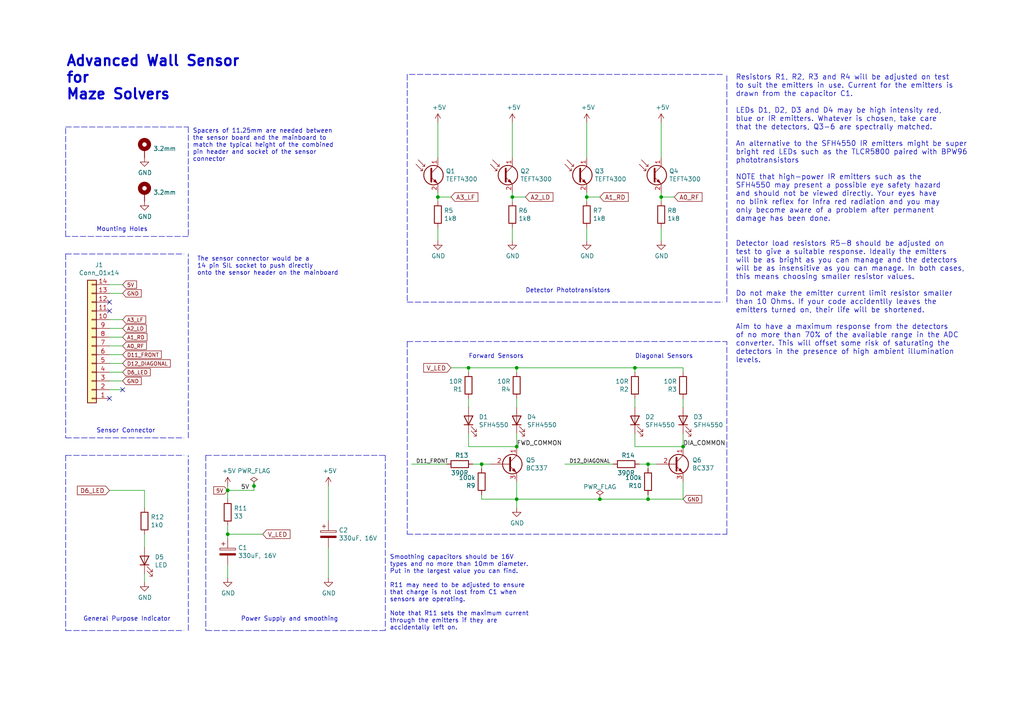
<source format=kicad_sch>
(kicad_sch (version 20211123) (generator eeschema)
  (paper "A4")
  (title_block (title "UKMARSBOT WALL SENSOR ADVANCED") (date "2022-08-23") (rev "1.0") (company "UKMARS") (comment 1 "Peter Harrison"))
  (lib_symbols
    (symbol "Connector_Generic:Conn_01x14" (pin_names (offset 1.016) hide)
      (property "Reference" "J" (at 0 17.78 0))
      (property "Value" "Conn_01x14" (at 0 -20.32 0))
      (symbol "Conn_01x14_1_1"
        (rectangle (start -1.27 -17.653) (end 0 -17.907) (stroke (width 0.1524)))
        (rectangle (start -1.27 -15.113) (end 0 -15.367) (stroke (width 0.1524)))
        (rectangle (start -1.27 -12.573) (end 0 -12.827) (stroke (width 0.1524)))
        (rectangle (start -1.27 -10.033) (end 0 -10.287) (stroke (width 0.1524)))
        (rectangle (start -1.27 -7.493) (end 0 -7.747) (stroke (width 0.1524)))
        (rectangle (start -1.27 -4.953) (end 0 -5.207) (stroke (width 0.1524)))
        (rectangle (start -1.27 -2.413) (end 0 -2.667) (stroke (width 0.1524)))
        (rectangle (start -1.27 0.127) (end 0 -0.127) (stroke (width 0.1524)))
        (rectangle (start -1.27 2.667) (end 0 2.413) (stroke (width 0.1524)))
        (rectangle (start -1.27 5.207) (end 0 4.953) (stroke (width 0.1524)))
        (rectangle (start -1.27 7.747) (end 0 7.493) (stroke (width 0.1524)))
        (rectangle (start -1.27 10.287) (end 0 10.033) (stroke (width 0.1524)))
        (rectangle (start -1.27 12.827) (end 0 12.573) (stroke (width 0.1524)))
        (rectangle (start -1.27 15.367) (end 0 15.113) (stroke (width 0.1524)))
        (rectangle (start -1.27 16.51) (end 1.27 -19.05) (stroke (width 0.254)) (fill (type background)))
        (pin passive line (at -5.08 15.24 0) (length 3.81) (name "Pin_1") (number "1"))
        (pin passive line (at -5.08 -7.62 0) (length 3.81) (name "Pin_10") (number "10"))
        (pin passive line (at -5.08 -10.16 0) (length 3.81) (name "Pin_11") (number "11"))
        (pin passive line (at -5.08 -12.7 0) (length 3.81) (name "Pin_12") (number "12"))
        (pin passive line (at -5.08 -15.24 0) (length 3.81) (name "Pin_13") (number "13"))
        (pin passive line (at -5.08 -17.78 0) (length 3.81) (name "Pin_14") (number "14"))
        (pin passive line (at -5.08 12.7 0) (length 3.81) (name "Pin_2") (number "2"))
        (pin passive line (at -5.08 10.16 0) (length 3.81) (name "Pin_3") (number "3"))
        (pin passive line (at -5.08 7.62 0) (length 3.81) (name "Pin_4") (number "4"))
        (pin passive line (at -5.08 5.08 0) (length 3.81) (name "Pin_5") (number "5"))
        (pin passive line (at -5.08 2.54 0) (length 3.81) (name "Pin_6") (number "6"))
        (pin passive line (at -5.08 0 0) (length 3.81) (name "Pin_7") (number "7"))
        (pin passive line (at -5.08 -2.54 0) (length 3.81) (name "Pin_8") (number "8"))
        (pin passive line (at -5.08 -5.08 0) (length 3.81) (name "Pin_9") (number "9"))
      )
    )
    (symbol "Device:C_Polarized" (pin_numbers hide) (pin_names (offset 0.254))
      (property "Reference" "C" (at 0.635 2.54 0))
      (property "Value" "C_Polarized" (at 0.635 -2.54 0))
      (symbol "C_Polarized_0_1"
        (rectangle (start -2.286 0.508) (end 2.286 1.016))
        (polyline (pts (xy -1.778 2.286) (xy -0.762 2.286)))
        (polyline (pts (xy -1.27 2.794) (xy -1.27 1.778)))
        (rectangle (start 2.286 -0.508) (end -2.286 -1.016) (fill (type outline)))
      )
      (symbol "C_Polarized_1_1"
        (pin passive line (at 0 3.81 270) (length 2.794) (name "~") (number "1"))
        (pin passive line (at 0 -3.81 90) (length 2.794) (name "~") (number "2"))
      )
    )
    (symbol "Device:LED" (pin_numbers hide) (pin_names (offset 1.016) hide)
      (property "Reference" "D" (at 0 2.54 0))
      (property "Value" "LED" (at 0 -2.54 0))
      (symbol "LED_0_1"
        (polyline (pts (xy -1.27 -1.27) (xy -1.27 1.27)) (stroke (width 0.254)))
        (polyline (pts (xy -1.27 0) (xy 1.27 0)))
        (polyline (pts (xy 1.27 -1.27) (xy 1.27 1.27) (xy -1.27 0) (xy 1.27 -1.27)) (stroke (width 0.254)))
        (polyline (pts (xy -3.048 -0.762) (xy -4.572 -2.286) (xy -3.81 -2.286) (xy -4.572 -2.286) (xy -4.572 -1.524)))
        (polyline (pts (xy -1.778 -0.762) (xy -3.302 -2.286) (xy -2.54 -2.286) (xy -3.302 -2.286) (xy -3.302 -1.524)))
      )
      (symbol "LED_1_1"
        (pin passive line (at -3.81 0 0) (length 2.54) (name "K") (number "1"))
        (pin passive line (at 3.81 0 180) (length 2.54) (name "A") (number "2"))
      )
    )
    (symbol "Device:Q_Photo_NPN" (pin_names (offset 0) hide)
      (property "Reference" "Q" (at 5.08 1.27 0))
      (property "Value" "Q_Photo_NPN" (at 5.08 -1.27 0))
      (symbol "Q_Photo_NPN_0_1"
        (polyline (pts (xy -1.905 1.27) (xy -2.54 1.27)))
        (polyline (pts (xy -1.27 2.54) (xy -1.905 2.54)))
        (polyline (pts (xy 0.635 0.635) (xy 2.54 2.54)))
        (polyline (pts (xy -3.81 3.175) (xy -1.905 1.27) (xy -1.905 1.905)))
        (polyline (pts (xy -3.175 4.445) (xy -1.27 2.54) (xy -1.27 3.175)))
        (polyline (pts (xy 0.635 -0.635) (xy 2.54 -2.54) (xy 2.54 -2.54)))
        (polyline (pts (xy 0.635 1.905) (xy 0.635 -1.905) (xy 0.635 -1.905)) (stroke (width 0.508)))
        (polyline (pts (xy 1.27 -1.778) (xy 1.778 -1.27) (xy 2.286 -2.286) (xy 1.27 -1.778) (xy 1.27 -1.778)) (fill (type outline)))
        (circle (center 1.27 0) (radius 2.8194) (stroke (width 0.254)))
      )
      (symbol "Q_Photo_NPN_1_1"
        (pin passive line (at 2.54 5.08 270) (length 2.54) (name "C") (number "1"))
        (pin passive line (at 2.54 -5.08 90) (length 2.54) (name "E") (number "2"))
      )
    )
    (symbol "Device:R" (pin_numbers hide) (pin_names (offset 0))
      (property "Reference" "R" (at 2.032 0 90))
      (property "Value" "R" (at 0 0 90))
      (symbol "R_0_1"
        (rectangle (start -1.016 -2.54) (end 1.016 2.54) (stroke (width 0.254)))
      )
      (symbol "R_1_1"
        (pin passive line (at 0 3.81 270) (length 1.27) (name "~") (number "1"))
        (pin passive line (at 0 -3.81 90) (length 1.27) (name "~") (number "2"))
      )
    )
    (symbol "Mechanical:MountingHole_Pad" (pin_numbers hide) (pin_names (offset 1.016) hide)
      (property "Reference" "H" (at 0 6.35 0))
      (property "Value" "MountingHole_Pad" (at 0 4.445 0))
      (symbol "MountingHole_Pad_0_1"
        (circle (center 0 1.27) (radius 1.27) (stroke (width 1.27)))
      )
      (symbol "MountingHole_Pad_1_1"
        (pin input line (at 0 -2.54 90) (length 2.54) (name "1") (number "1"))
      )
    )
    (symbol "power:+5V" (power) (pin_names (offset 0))
      (property "Value" "+5V" (at 0 3.556 0))
      (symbol "+5V_0_1"
        (polyline (pts (xy -0.762 1.27) (xy 0 2.54)))
        (polyline (pts (xy 0 0) (xy 0 2.54)))
        (polyline (pts (xy 0 2.54) (xy 0.762 1.27)))
      )
      (symbol "+5V_1_1"
        (pin power_in line (at 0 0 90) (length 0) hide (name "+5V") (number "1"))
      )
    )
    (symbol "power:GND" (power) (pin_names (offset 0))
      (property "Value" "GND" (at 0 -3.81 0))
      (symbol "GND_0_1"
        (polyline (pts (xy 0 0) (xy 0 -1.27) (xy 1.27 -1.27) (xy 0 -2.54) (xy -1.27 -1.27) (xy 0 -1.27)))
      )
      (symbol "GND_1_1"
        (pin power_in line (at 0 0 270) (length 0) hide (name "GND") (number "1"))
      )
    )
    (symbol "power:PWR_FLAG" (power) (pin_numbers hide) (pin_names (offset 0) hide)
      (property "Value" "PWR_FLAG" (at 0 3.81 0))
      (symbol "PWR_FLAG_0_0"
        (pin power_out line (at 0 0 90) (length 0) (name "pwr") (number "1"))
      )
      (symbol "PWR_FLAG_0_1"
        (polyline (pts (xy 0 0) (xy 0 1.27) (xy -1.016 1.905) (xy 0 2.54) (xy 1.016 1.905) (xy 0 1.27)))
      )
    )
    (symbol "ukmarsbot:BC337" (pin_names (offset 0) hide)
      (property "Reference" "Q" (at 5.08 1.905 0))
      (property "Value" "BC337" (at 5.08 0 0))
      (symbol "BC337_0_1"
        (polyline (pts (xy 0 0) (xy 0.635 0)))
        (polyline (pts (xy 0.635 0.635) (xy 2.54 2.54)))
        (polyline (pts (xy 0.635 -0.635) (xy 2.54 -2.54) (xy 2.54 -2.54)))
        (polyline (pts (xy 0.635 1.905) (xy 0.635 -1.905) (xy 0.635 -1.905)) (stroke (width 0.508)))
        (polyline (pts (xy 1.27 -1.778) (xy 1.778 -1.27) (xy 2.286 -2.286) (xy 1.27 -1.778) (xy 1.27 -1.778)) (fill (type outline)))
        (circle (center 1.27 0) (radius 2.8194) (stroke (width 0.254)))
      )
      (symbol "BC337_1_1"
        (pin passive line (at 2.54 5.08 270) (length 2.54) (name "C") (number "1"))
        (pin input line (at -5.08 0 0) (length 5.08) (name "B") (number "2"))
        (pin passive line (at 2.54 -5.08 90) (length 2.54) (name "E") (number "3"))
      )
    )
  )
  (junction (at 191.77 57.15))
  (junction (at 135.89 106.68))
  (junction (at 198.12 129.54))
  (junction (at 149.86 129.54))
  (junction (at 184.15 106.68))
  (junction (at 173.99 144.78))
  (junction (at 187.96 134.62))
  (junction (at 127 57.15))
  (junction (at 149.86 106.68))
  (junction (at 170.18 57.15))
  (junction (at 149.86 144.78))
  (junction (at 66.04 142.24))
  (junction (at 73.66 140.97))
  (junction (at 148.59 57.15))
  (junction (at 139.7 134.62))
  (junction (at 187.96 144.78))
  (junction (at 66.04 154.94))
  (no_connect (at 31.75 90.17))
  (no_connect (at 31.75 115.57))
  (no_connect (at 31.75 87.63))
  (no_connect (at 35.56 113.03))
  (wire (pts (xy 31.75 113.03) (xy 35.56 113.03)))
  (wire (pts (xy 31.75 95.25) (xy 35.56 95.25)))
  (wire (pts (xy 135.89 106.68) (xy 149.86 106.68)))
  (wire (pts (xy 163.83 134.62) (xy 177.8 134.62)))
  (wire (pts (xy 139.7 135.89) (xy 139.7 134.62)))
  (wire (pts (xy 187.96 144.78) (xy 173.99 144.78)))
  (wire (pts (xy 170.18 45.72) (xy 170.18 35.56)))
  (wire (pts (xy 31.75 105.41) (xy 35.56 105.41)))
  (wire (pts (xy 127 57.15) (xy 127 58.42)))
  (polyline (pts (xy 19.05 36.83) (xy 54.61 36.83)))
  (wire (pts (xy 31.75 107.95) (xy 35.56 107.95)))
  (wire (pts (xy 127 66.04) (xy 127 69.85)))
  (wire (pts (xy 198.12 139.7) (xy 198.12 144.78)))
  (wire (pts (xy 31.75 85.09) (xy 35.56 85.09)))
  (wire (pts (xy 41.91 147.32) (xy 41.91 142.24)))
  (wire (pts (xy 31.75 100.33) (xy 35.56 100.33)))
  (wire (pts (xy 66.04 140.97) (xy 66.04 142.24)))
  (wire (pts (xy 66.04 142.24) (xy 66.04 144.78)))
  (polyline (pts (xy 19.05 182.88) (xy 53.34 182.88)))
  (wire (pts (xy 149.86 106.68) (xy 149.86 107.95)))
  (wire (pts (xy 139.7 144.78) (xy 149.86 144.78)))
  (wire (pts (xy 184.15 106.68) (xy 184.15 107.95)))
  (wire (pts (xy 184.15 129.54) (xy 198.12 129.54)))
  (wire (pts (xy 149.86 139.7) (xy 149.86 144.78)))
  (wire (pts (xy 170.18 55.88) (xy 170.18 57.15)))
  (wire (pts (xy 187.96 135.89) (xy 187.96 134.62)))
  (polyline (pts (xy 54.61 127) (xy 54.61 73.66)))
  (wire (pts (xy 148.59 45.72) (xy 148.59 35.56)))
  (wire (pts (xy 95.25 158.75) (xy 95.25 167.64)))
  (wire (pts (xy 31.75 97.79) (xy 35.56 97.79)))
  (wire (pts (xy 170.18 57.15) (xy 170.18 58.42)))
  (polyline (pts (xy 19.05 132.08) (xy 19.05 182.88)))
  (polyline (pts (xy 19.05 132.08) (xy 53.34 132.08)))
  (wire (pts (xy 149.86 115.57) (xy 149.86 118.11)))
  (wire (pts (xy 139.7 134.62) (xy 142.24 134.62)))
  (wire (pts (xy 137.16 134.62) (xy 139.7 134.62)))
  (polyline (pts (xy 19.05 127) (xy 53.34 127)))
  (wire (pts (xy 170.18 66.04) (xy 170.18 69.85)))
  (wire (pts (xy 31.75 110.49) (xy 35.56 110.49)))
  (wire (pts (xy 198.12 115.57) (xy 198.12 118.11)))
  (wire (pts (xy 184.15 125.73) (xy 184.15 129.54)))
  (wire (pts (xy 148.59 55.88) (xy 148.59 57.15)))
  (wire (pts (xy 191.77 57.15) (xy 191.77 58.42)))
  (wire (pts (xy 73.66 140.97) (xy 73.66 142.24)))
  (wire (pts (xy 184.15 115.57) (xy 184.15 118.11)))
  (wire (pts (xy 31.75 82.55) (xy 35.56 82.55)))
  (wire (pts (xy 198.12 125.73) (xy 198.12 129.54)))
  (wire (pts (xy 149.86 144.78) (xy 149.86 147.32)))
  (wire (pts (xy 149.86 125.73) (xy 149.86 129.54)))
  (wire (pts (xy 187.96 134.62) (xy 190.5 134.62)))
  (wire (pts (xy 31.75 92.71) (xy 35.56 92.71)))
  (wire (pts (xy 139.7 143.51) (xy 139.7 144.78)))
  (polyline (pts (xy 19.05 68.58) (xy 19.05 36.83)))
  (wire (pts (xy 135.89 125.73) (xy 135.89 129.54)))
  (wire (pts (xy 66.04 152.4) (xy 66.04 154.94)))
  (wire (pts (xy 187.96 144.78) (xy 198.12 144.78)))
  (wire (pts (xy 41.91 142.24) (xy 31.75 142.24)))
  (wire (pts (xy 127 45.72) (xy 127 35.56)))
  (polyline (pts (xy 54.61 182.88) (xy 54.61 132.08)))
  (wire (pts (xy 66.04 154.94) (xy 76.2 154.94)))
  (wire (pts (xy 119.38 134.62) (xy 129.54 134.62)))
  (polyline (pts (xy 118.11 87.63) (xy 209.55 87.63)))
  (polyline (pts (xy 19.05 73.66) (xy 53.34 73.66)))
  (wire (pts (xy 191.77 57.15) (xy 195.58 57.15)))
  (wire (pts (xy 127 55.88) (xy 127 57.15)))
  (wire (pts (xy 135.89 106.68) (xy 130.81 106.68)))
  (wire (pts (xy 135.89 115.57) (xy 135.89 118.11)))
  (wire (pts (xy 148.59 57.15) (xy 152.4 57.15)))
  (polyline (pts (xy 111.76 132.08) (xy 111.76 182.88)))
  (wire (pts (xy 191.77 55.88) (xy 191.77 57.15)))
  (wire (pts (xy 173.99 144.78) (xy 149.86 144.78)))
  (wire (pts (xy 41.91 168.91) (xy 41.91 166.37)))
  (wire (pts (xy 198.12 106.68) (xy 198.12 107.95)))
  (polyline (pts (xy 59.69 132.08) (xy 59.69 182.88)))
  (polyline (pts (xy 210.82 154.94) (xy 210.82 99.06)))
  (wire (pts (xy 31.75 102.87) (xy 35.56 102.87)))
  (wire (pts (xy 191.77 66.04) (xy 191.77 69.85)))
  (polyline (pts (xy 210.82 87.63) (xy 210.82 21.59)))
  (wire (pts (xy 135.89 106.68) (xy 135.89 107.95)))
  (wire (pts (xy 135.89 129.54) (xy 149.86 129.54)))
  (wire (pts (xy 149.86 106.68) (xy 184.15 106.68)))
  (wire (pts (xy 184.15 106.68) (xy 198.12 106.68)))
  (wire (pts (xy 170.18 57.15) (xy 173.99 57.15)))
  (wire (pts (xy 185.42 134.62) (xy 187.96 134.62)))
  (polyline (pts (xy 118.11 99.06) (xy 210.82 99.06)))
  (wire (pts (xy 41.91 158.75) (xy 41.91 154.94)))
  (wire (pts (xy 66.04 154.94) (xy 66.04 156.21)))
  (wire (pts (xy 148.59 66.04) (xy 148.59 69.85)))
  (wire (pts (xy 127 57.15) (xy 130.81 57.15)))
  (wire (pts (xy 187.96 143.51) (xy 187.96 144.78)))
  (wire (pts (xy 73.66 139.7) (xy 73.66 140.97)))
  (polyline (pts (xy 54.61 68.58) (xy 19.05 68.58)))
  (polyline (pts (xy 118.11 99.06) (xy 118.11 154.94)))
  (wire (pts (xy 191.77 45.72) (xy 191.77 35.56)))
  (wire (pts (xy 148.59 57.15) (xy 148.59 58.42)))
  (polyline (pts (xy 59.69 132.08) (xy 111.76 132.08)))
  (polyline (pts (xy 111.76 182.88) (xy 59.69 182.88)))
  (polyline (pts (xy 19.05 73.66) (xy 19.05 127)))
  (polyline (pts (xy 118.11 154.94) (xy 210.82 154.94)))
  (wire (pts (xy 95.25 140.97) (xy 95.25 151.13)))
  (polyline (pts (xy 209.55 21.59) (xy 118.11 21.59)))
  (wire (pts (xy 66.04 163.83) (xy 66.04 167.64)))
  (polyline (pts (xy 54.61 36.83) (xy 54.61 68.58)))
  (wire (pts (xy 73.66 142.24) (xy 66.04 142.24)))
  (polyline (pts (xy 118.11 21.59) (xy 118.11 87.63)))
  (text "General Purpose Indicator" (at 24.13 180.34 0) (effects (font (size 1.27 1.27)) (justify left bottom)))
  (text "Smoothing capacitors should be 16V \ntypes and no more than 10mm diameter.\nPut in the largest value you can find.\n\nR11 may need to be adjusted to ensure \nthat charge is not lost from C1 when \nsensors are operating. \n\nNote that R11 sets the maximum current\nthrough the emitters if they are \naccidentally left on." (at 113.03 182.88 0) (effects (font (size 1.27 1.27)) (justify left bottom)))
  (text "Power Supply and smoothing" (at 69.85 180.34 0) (effects (font (size 1.27 1.27)) (justify left bottom)))
  (text "Detector Phototransistors" (at 152.4 85.09 0) (effects (font (size 1.27 1.27)) (justify left bottom)))
  (text "Diagonal Sensors" (at 184.15 104.14 0) (effects (font (size 1.27 1.27)) (justify left bottom)))
  (text "Resistors R1, R2, R3 and R4 will be adjusted on test\nto suit the emitters in use. Current for the emitters is \ndrawn from the capacitor C1. \n\nLEDs D1, D2, D3 and D4 may be high intensity red, \nblue or IR emitters. Whatever is chosen, take care \nthat the detectors, Q3-6 are spectrally matched.\n\nAn alternative to the SFH4550 IR emitters might be super \nbright red LEDs such as the TLCR5800 paired with BPW96 \nphototransistors\n\nNOTE that high-power IR emitters such as the \nSFH4550 may present a possible eye safety hazard\nand should not be viewed directly. Your eyes have \nno blink reflex for Infra red radiation and you may \nonly become aware of a problem after permanent \ndamage has been done.\n\n\nDetector load resistors R5-8 should be adjusted on\ntest to give a suitable response. Ideally the emitters \nwill be as bright as you can manage and the detectors\nwill be as insensitive as you can manage. In both cases, \nthis means choosing smaller resistor values.\n\nDo not make the emitter current limit resistor smaller \nthan 10 Ohms. If your code accidentlly leaves the \nemitters turned on, their life will be shortened.\n\nAim to have a maximum response from the detectors\nof no more than 70% of the available range in the ADC\nconverter. This will offset some risk of saturating the \ndetectors in the presence of high ambient illumination \nlevels.\n" (at 213.36 105.41 0) (effects (font (size 1.4986 1.4986)) (justify left bottom)))
  (text "Advanced Wall Sensor \nfor \nMaze Solvers" (at 19.05 29.21 0) (effects (font (size 3 3) (thickness 0.6) bold) (justify left bottom)))
  (text "Spacers of 11.25mm are needed between\nthe sensor board and the mainboard to\nmatch the typical height of the combined\npin header and socket of the sensor\nconnector" (at 55.88 46.99 0) (effects (font (size 1.27 1.27)) (justify left bottom)))
  (text "Sensor Connector" (at 27.94 125.73 0) (effects (font (size 1.27 1.27)) (justify left bottom)))
  (text "The sensor connector would be a \n14 pin SIL socket to push directly \nonto the sensor header on the mainboard" (at 57.15 80.01 0) (effects (font (size 1.27 1.27)) (justify left bottom)))
  (text "Mounting Holes" (at 27.94 67.31 0) (effects (font (size 1.27 1.27)) (justify left bottom)))
  (text "Forward Sensors" (at 135.89 104.14 0) (effects (font (size 1.27 1.27)) (justify left bottom)))
  (label "5V" (at 69.85 142.24 0))
  (label "D12_DIAGONAL" (at 165.1 134.62 0) (effects (font (size 1.0922 1.0922))))
  (label "D11_FRONT" (at 120.65 134.62 0) (effects (font (size 1.0922 1.0922))))
  (label "DIA_COMMON" (at 198.12 129.54 0))
  (label "FWD_COMMON" (at 149.86 129.54 0))
  (global_label "A2_LD" (shape input) (at 35.56 95.25 0) (effects (font (size 1.0922 1.0922))) (property "Intersheet References" "${INTERSHEET_REFS}" (effects hide)))
  (global_label "A1_RD" (shape input) (at 173.99 57.15 0) (property "Intersheet References" "${INTERSHEET_REFS}" (effects hide)))
  (global_label "D6_LED" (shape input) (at 31.75 142.24 180) (property "Intersheet References" "${INTERSHEET_REFS}" (effects hide)))
  (global_label "D11_FRONT" (shape input) (at 35.56 102.87 0) (effects (font (size 1.0922 1.0922))) (property "Intersheet References" "${INTERSHEET_REFS}" (effects hide)))
  (global_label "V_LED" (shape input) (at 130.81 106.68 180) (property "Intersheet References" "${INTERSHEET_REFS}" (effects hide)))
  (global_label "GND" (shape input) (at 198.12 144.78 0) (effects (font (size 1.0922 1.0922))) (property "Intersheet References" "${INTERSHEET_REFS}" (effects hide)))
  (global_label "GND" (shape input) (at 35.56 110.49 0) (effects (font (size 1.0922 1.0922))) (property "Intersheet References" "${INTERSHEET_REFS}" (effects hide)))
  (global_label "A0_RF" (shape input) (at 195.58 57.15 0) (property "Intersheet References" "${INTERSHEET_REFS}" (effects hide)))
  (global_label "5V" (shape input) (at 35.56 82.55 0) (effects (font (size 1.0922 1.0922))) (property "Intersheet References" "${INTERSHEET_REFS}" (effects hide)))
  (global_label "A1_RD" (shape input) (at 35.56 97.79 0) (effects (font (size 1.0922 1.0922))) (property "Intersheet References" "${INTERSHEET_REFS}" (effects hide)))
  (global_label "D6_LED" (shape input) (at 35.56 107.95 0) (effects (font (size 1.0922 1.0922))) (property "Intersheet References" "${INTERSHEET_REFS}" (effects hide)))
  (global_label "A0_RF" (shape input) (at 35.56 100.33 0) (effects (font (size 1.0922 1.0922))) (property "Intersheet References" "${INTERSHEET_REFS}" (effects hide)))
  (global_label "A3_LF" (shape input) (at 35.56 92.71 0) (effects (font (size 1.0922 1.0922))) (property "Intersheet References" "${INTERSHEET_REFS}" (effects hide)))
  (global_label "A3_LF" (shape input) (at 130.81 57.15 0) (property "Intersheet References" "${INTERSHEET_REFS}" (effects hide)))
  (global_label "GND" (shape input) (at 35.56 85.09 0) (effects (font (size 1.0922 1.0922))) (property "Intersheet References" "${INTERSHEET_REFS}" (effects hide)))
  (global_label "D12_DIAGONAL" (shape input) (at 35.56 105.41 0) (effects (font (size 1.0922 1.0922))) (property "Intersheet References" "${INTERSHEET_REFS}" (effects hide)))
  (global_label "V_LED" (shape input) (at 76.2 154.94 0) (property "Intersheet References" "${INTERSHEET_REFS}" (effects hide)))
  (global_label "5V" (shape input) (at 66.04 142.24 180) (effects (font (size 1.0922 1.0922))) (property "Intersheet References" "${INTERSHEET_REFS}" (effects hide)))
  (global_label "A2_LD" (shape input) (at 152.4 57.15 0) (property "Intersheet References" "${INTERSHEET_REFS}" (effects hide)))
  (symbol (lib_id "Device:Q_Photo_NPN") (at 189.23 50.8 0) (unit 1)
    (property "Reference" "Q4" (at 194.056 49.6316 0) (effects (justify left)))
    (property "Value" "TEFT4300" (at 194.056 51.943 0) (effects (justify left)))
    (property "Footprint" "ukmarsbot:LED_D5.0mm_Horizontal_O1.27mm_Z3.0mm_IRGrey" (effects hide))
  )
  (symbol (lib_id "Device:R") (at 191.77 62.23 0) (unit 1)
    (property "Reference" "R8" (at 193.548 61.0616 0) (effects (justify left)))
    (property "Value" "1k8" (at 193.548 63.373 0) (effects (justify left)))
    (property "Footprint" "ukmarsbot:R_Axial_DIN0207_L6.3mm_D2.5mm_P7.62mm_BIGPAD" (effects hide))
  )
  (symbol (lib_id "power:GND") (at 191.77 69.85 0) (unit 1)
    (property "Reference" "#PWR010" (effects hide))
    (property "Value" "GND" (at 191.897 74.2442 0))
  )
  (symbol (lib_id "power:+5V") (at 191.77 35.56 0) (unit 1)
    (property "Reference" "#PWR06" (effects hide))
    (property "Value" "+5V" (at 192.151 31.1658 0))
  )
  (symbol (lib_id "Device:Q_Photo_NPN") (at 146.05 50.8 0) (unit 1)
    (property "Reference" "Q2" (at 150.876 49.6316 0) (effects (justify left)))
    (property "Value" "TEFT4300" (at 150.876 51.943 0) (effects (justify left)))
    (property "Footprint" "ukmarsbot:LED_D5.0mm_Horizontal_O1.27mm_Z3.0mm_IRGrey" (effects hide))
  )
  (symbol (lib_id "Device:R") (at 148.59 62.23 0) (unit 1)
    (property "Reference" "R6" (at 150.368 61.0616 0) (effects (justify left)))
    (property "Value" "1k8" (at 150.368 63.373 0) (effects (justify left)))
    (property "Footprint" "ukmarsbot:R_Axial_DIN0207_L6.3mm_D2.5mm_P7.62mm_BIGPAD" (effects hide))
  )
  (symbol (lib_id "power:GND") (at 148.59 69.85 0) (unit 1)
    (property "Reference" "#PWR08" (effects hide))
    (property "Value" "GND" (at 148.717 74.2442 0))
  )
  (symbol (lib_id "power:+5V") (at 148.59 35.56 0) (unit 1)
    (property "Reference" "#PWR04" (effects hide))
    (property "Value" "+5V" (at 148.971 31.1658 0))
  )
  (symbol (lib_id "Device:Q_Photo_NPN") (at 167.64 50.8 0) (unit 1)
    (property "Reference" "Q3" (at 172.466 49.6316 0) (effects (justify left)))
    (property "Value" "TEFT4300" (at 172.466 51.943 0) (effects (justify left)))
    (property "Footprint" "ukmarsbot:LED_D5.0mm_Horizontal_O1.27mm_Z3.0mm_IRGrey" (effects hide))
  )
  (symbol (lib_id "Device:R") (at 170.18 62.23 0) (unit 1)
    (property "Reference" "R7" (at 171.958 61.0616 0) (effects (justify left)))
    (property "Value" "1k8" (at 171.958 63.373 0) (effects (justify left)))
    (property "Footprint" "ukmarsbot:R_Axial_DIN0207_L6.3mm_D2.5mm_P7.62mm_BIGPAD" (effects hide))
  )
  (symbol (lib_id "power:GND") (at 170.18 69.85 0) (unit 1)
    (property "Reference" "#PWR09" (effects hide))
    (property "Value" "GND" (at 170.307 74.2442 0))
  )
  (symbol (lib_id "power:+5V") (at 170.18 35.56 0) (unit 1)
    (property "Reference" "#PWR05" (effects hide))
    (property "Value" "+5V" (at 170.561 31.1658 0))
  )
  (symbol (lib_id "Device:LED") (at 184.15 121.92 90) (unit 1)
    (property "Reference" "D2" (at 187.1218 120.9294 90) (effects (justify right)))
    (property "Value" "SFH4550" (at 187.1218 123.2408 90) (effects (justify right)))
    (property "Footprint" "ukmarsbot:LED_D5.0mm_Horizontal_O6.35mm_Z3.0mm" (effects hide))
  )
  (symbol (lib_id "Device:R") (at 184.15 111.76 180) (unit 1)
    (property "Reference" "R2" (at 182.372 112.9284 0) (effects (justify left)))
    (property "Value" "10R" (at 182.372 110.617 0) (effects (justify left)))
    (property "Footprint" "ukmarsbot:R_Axial_DIN0207_L6.3mm_D2.5mm_P7.62mm_BIGPAD" (effects hide))
  )
  (symbol (lib_id "Device:LED") (at 149.86 121.92 90) (unit 1)
    (property "Reference" "D4" (at 152.8318 120.9294 90) (effects (justify right)))
    (property "Value" "SFH4550" (at 152.8318 123.2408 90) (effects (justify right)))
    (property "Footprint" "ukmarsbot:LED_D5.0mm_Horizontal_O6.35mm_Z3.0mm" (effects hide))
  )
  (symbol (lib_id "Device:R") (at 149.86 111.76 180) (unit 1)
    (property "Reference" "R4" (at 148.082 112.9284 0) (effects (justify left)))
    (property "Value" "10R" (at 148.082 110.617 0) (effects (justify left)))
    (property "Footprint" "ukmarsbot:R_Axial_DIN0207_L6.3mm_D2.5mm_P7.62mm_BIGPAD" (effects hide))
  )
  (symbol (lib_id "ukmarsbot:BC337") (at 147.32 134.62 0) (unit 1)
    (property "Reference" "Q5" (at 152.5016 133.4516 0) (effects (justify left)))
    (property "Value" "BC337" (at 152.5016 135.763 0) (effects (justify left)))
    (property "Footprint" "ukmarsbot:TO-92_Inline_Wide_HandSolder" (effects hide))
    (property "Datasheet" "https://www.onsemi.com/pdf/datasheet/bc337-d.pdf" (effects hide))
  )
  (symbol (lib_id "power:GND") (at 149.86 147.32 0) (unit 1)
    (property "Reference" "#PWR011" (effects hide))
    (property "Value" "GND" (at 149.987 151.7142 0))
  )
  (symbol (lib_id "Device:R") (at 139.7 139.7 0) (unit 1)
    (property "Reference" "R9" (at 137.922 140.8684 0) (effects (justify right)))
    (property "Value" "100k" (at 137.922 138.557 0) (effects (justify right)))
    (property "Footprint" "ukmarsbot:R_Axial_DIN0207_L6.3mm_D2.5mm_P7.62mm_BIGPAD" (effects hide))
  )
  (symbol (lib_id "Device:LED") (at 135.89 121.92 90) (unit 1)
    (property "Reference" "D1" (at 138.8618 120.9294 90) (effects (justify right)))
    (property "Value" "SFH4550" (at 138.8618 123.2408 90) (effects (justify right)))
    (property "Footprint" "ukmarsbot:LED_D5.0mm_Horizontal_O6.35mm_Z3.0mm" (effects hide))
  )
  (symbol (lib_id "Device:R") (at 135.89 111.76 180) (unit 1)
    (property "Reference" "R1" (at 134.112 112.9284 0) (effects (justify left)))
    (property "Value" "10R" (at 134.112 110.617 0) (effects (justify left)))
    (property "Footprint" "ukmarsbot:R_Axial_DIN0207_L6.3mm_D2.5mm_P7.62mm_BIGPAD" (effects hide))
  )
  (symbol (lib_id "Device:LED") (at 198.12 121.92 90) (unit 1)
    (property "Reference" "D3" (at 201.0918 120.9294 90) (effects (justify right)))
    (property "Value" "SFH4550" (at 201.0918 123.2408 90) (effects (justify right)))
    (property "Footprint" "ukmarsbot:LED_D5.0mm_Horizontal_O6.35mm_Z3.0mm" (effects hide))
  )
  (symbol (lib_id "Device:Q_Photo_NPN") (at 124.46 50.8 0) (unit 1)
    (property "Reference" "Q1" (at 129.286 49.6316 0) (effects (justify left)))
    (property "Value" "TEFT4300" (at 129.286 51.943 0) (effects (justify left)))
    (property "Footprint" "ukmarsbot:LED_D5.0mm_Horizontal_O1.27mm_Z3.0mm_IRGrey" (effects hide))
  )
  (symbol (lib_id "Device:R") (at 198.12 111.76 180) (unit 1)
    (property "Reference" "R3" (at 196.342 112.9284 0) (effects (justify left)))
    (property "Value" "10R" (at 196.342 110.617 0) (effects (justify left)))
    (property "Footprint" "ukmarsbot:R_Axial_DIN0207_L6.3mm_D2.5mm_P7.62mm_BIGPAD" (effects hide))
  )
  (symbol (lib_id "ukmarsbot:BC337") (at 195.58 134.62 0) (unit 1)
    (property "Reference" "Q6" (at 200.7616 133.4516 0) (effects (justify left)))
    (property "Value" "BC337" (at 200.7616 135.763 0) (effects (justify left)))
    (property "Footprint" "ukmarsbot:TO-92_Inline_Wide_HandSolder" (effects hide))
    (property "Datasheet" "https://www.onsemi.com/pdf/datasheet/bc337-d.pdf" (effects hide))
  )
  (symbol (lib_id "Device:R") (at 127 62.23 0) (unit 1)
    (property "Reference" "R5" (at 128.778 61.0616 0) (effects (justify left)))
    (property "Value" "1k8" (at 128.778 63.373 0) (effects (justify left)))
    (property "Footprint" "ukmarsbot:R_Axial_DIN0207_L6.3mm_D2.5mm_P7.62mm_BIGPAD" (effects hide))
  )
  (symbol (lib_id "power:GND") (at 127 69.85 0) (unit 1)
    (property "Reference" "#PWR07" (effects hide))
    (property "Value" "GND" (at 127.127 74.2442 0))
  )
  (symbol (lib_id "power:+5V") (at 127 35.56 0) (unit 1)
    (property "Reference" "#PWR03" (effects hide))
    (property "Value" "+5V" (at 127.381 31.1658 0))
  )
  (symbol (lib_id "Device:R") (at 187.96 139.7 0) (unit 1)
    (property "Reference" "R10" (at 186.182 140.8684 0) (effects (justify right)))
    (property "Value" "100k" (at 186.182 138.557 0) (effects (justify right)))
    (property "Footprint" "ukmarsbot:R_Axial_DIN0207_L6.3mm_D2.5mm_P7.62mm_BIGPAD" (effects hide))
  )
  (symbol (lib_id "Mechanical:MountingHole_Pad") (at 41.91 43.18 0) (unit 1)
    (property "Reference" "H1" (effects hide))
    (property "Value" "3.2mm" (at 44.45 43.1038 0) (effects (justify left)))
    (property "Footprint" "MountingHole:MountingHole_2.7mm_Pad" (effects hide))
  )
  (symbol (lib_id "Mechanical:MountingHole_Pad") (at 41.91 55.88 0) (unit 1)
    (property "Reference" "H2" (effects hide))
    (property "Value" "3.2mm" (at 44.45 55.8038 0) (effects (justify left)))
    (property "Footprint" "MountingHole:MountingHole_2.7mm_Pad" (effects hide))
  )
  (symbol (lib_id "Connector_Generic:Conn_01x14") (at 26.67 100.33 180) (unit 1)
    (property "Reference" "J1" (at 28.7528 76.835 0))
    (property "Value" "Conn_01x14" (at 28.7528 79.1464 0))
    (property "Footprint" "ukmarsbot:PinHeader_1x14_P2.54mm_Vertical_Longpads" (effects hide))
  )
  (symbol (lib_id "Device:LED") (at 41.91 162.56 90) (unit 1)
    (property "Reference" "D5" (at 44.8818 161.5694 90) (effects (justify right)))
    (property "Value" "LED" (at 44.8818 163.8808 90) (effects (justify right)))
    (property "Footprint" "LED_THT:LED_D3.0mm" (effects hide))
  )
  (symbol (lib_id "Device:R") (at 41.91 151.13 180) (unit 1)
    (property "Reference" "R12" (at 43.688 149.9616 0) (effects (justify right)))
    (property "Value" "1k0" (at 43.688 152.273 0) (effects (justify right)))
    (property "Footprint" "ukmarsbot:R_Axial_DIN0207_L6.3mm_D2.5mm_P7.62mm_BIGPAD" (effects hide))
  )
  (symbol (lib_id "power:GND") (at 41.91 168.91 0) (unit 1)
    (property "Reference" "#PWR015" (effects hide))
    (property "Value" "GND" (at 42.037 173.3042 0))
  )
  (symbol (lib_id "power:GND") (at 41.91 45.72 0) (unit 1)
    (property "Reference" "#PWR01" (effects hide))
    (property "Value" "GND" (at 42.037 50.1142 0))
  )
  (symbol (lib_id "power:GND") (at 41.91 58.42 0) (unit 1)
    (property "Reference" "#PWR02" (effects hide))
    (property "Value" "GND" (at 42.037 62.8142 0))
  )
  (symbol (lib_id "Device:C_Polarized") (at 66.04 160.02 0) (unit 1)
    (property "Reference" "C1" (at 69.0372 158.8516 0) (effects (justify left)))
    (property "Value" "330uF, 16V" (at 69.0372 161.163 0) (effects (justify left)))
    (property "Footprint" "Capacitor_THT:CP_Radial_D10.0mm_P2.50mm" (effects hide))
  )
  (symbol (lib_id "Device:R") (at 66.04 148.59 180) (unit 1)
    (property "Reference" "R11" (at 67.818 147.4216 0) (effects (justify right)))
    (property "Value" "33" (at 67.818 149.733 0) (effects (justify right)))
    (property "Footprint" "ukmarsbot:R_Axial_DIN0207_L6.3mm_D2.5mm_P7.62mm_BIGPAD" (effects hide))
  )
  (symbol (lib_id "power:GND") (at 66.04 167.64 0) (unit 1)
    (property "Reference" "#PWR014" (effects hide))
    (property "Value" "GND" (at 66.167 172.0342 0))
  )
  (symbol (lib_id "power:+5V") (at 66.04 140.97 0) (unit 1)
    (property "Reference" "#PWR013" (effects hide))
    (property "Value" "+5V" (at 66.421 136.5758 0))
  )
  (symbol (lib_id "power:PWR_FLAG") (at 73.66 140.97 0) (unit 1)
    (property "Reference" "#FLG03" (effects hide))
    (property "Value" "PWR_FLAG" (at 73.66 136.5758 0))
  )
  (symbol (lib_id "Device:R") (at 133.35 134.62 90) (unit 1)
    (property "Reference" "R13" (at 135.89 132.08 90) (effects (justify left)))
    (property "Value" "390R" (at 135.89 137.16 90) (effects (justify left)))
    (property "Footprint" "ukmarsbot:R_Axial_DIN0207_L6.3mm_D2.5mm_P7.62mm_BIGPAD" (effects hide))
  )
  (symbol (lib_id "power:+5V") (at 95.25 140.97 0) (unit 1)
    (property "Reference" "#PWR0101" (effects hide))
    (property "Value" "+5V" (at 95.631 136.5758 0))
  )
  (symbol (lib_id "Device:R") (at 181.61 134.62 90) (unit 1)
    (property "Reference" "R14" (at 184.15 132.08 90) (effects (justify left)))
    (property "Value" "390R" (at 184.15 137.16 90) (effects (justify left)))
    (property "Footprint" "ukmarsbot:R_Axial_DIN0207_L6.3mm_D2.5mm_P7.62mm_BIGPAD" (effects hide))
  )
  (symbol (lib_id "power:PWR_FLAG") (at 173.99 144.78 0) (unit 1)
    (property "Reference" "#FLG01" (effects hide))
    (property "Value" "PWR_FLAG" (at 173.99 141.2042 0))
  )
  (symbol (lib_id "Device:C_Polarized") (at 95.25 154.94 0) (unit 1)
    (property "Reference" "C2" (at 98.2472 153.7716 0) (effects (justify left)))
    (property "Value" "330uF, 16V" (at 98.2472 156.083 0) (effects (justify left)))
    (property "Footprint" "Capacitor_THT:CP_Radial_D10.0mm_P2.50mm" (effects hide))
  )
  (symbol (lib_id "power:GND") (at 95.25 167.64 0) (unit 1)
    (property "Reference" "#PWR0102" (effects hide))
    (property "Value" "GND" (at 95.377 172.0342 0))
  )
)
</source>
